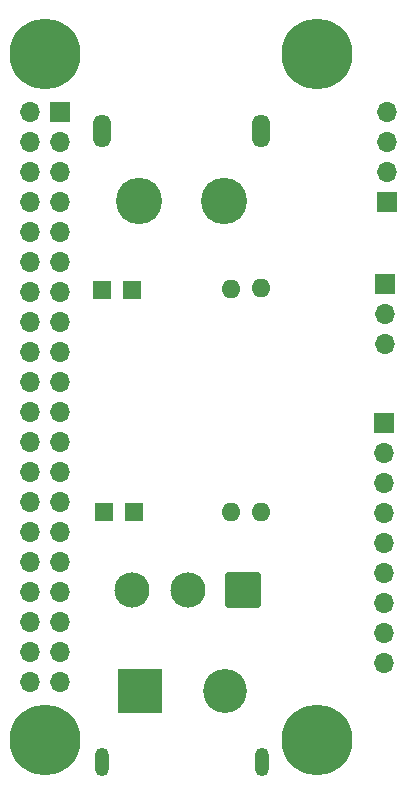
<source format=gbr>
%TF.GenerationSoftware,KiCad,Pcbnew,(6.0.5-0)*%
%TF.CreationDate,2024-03-04T10:57:06-05:00*%
%TF.ProjectId,CubeSat PCB V0.2,43756265-5361-4742-9050-43422056302e,rev?*%
%TF.SameCoordinates,Original*%
%TF.FileFunction,Soldermask,Bot*%
%TF.FilePolarity,Negative*%
%FSLAX46Y46*%
G04 Gerber Fmt 4.6, Leading zero omitted, Abs format (unit mm)*
G04 Created by KiCad (PCBNEW (6.0.5-0)) date 2024-03-04 10:57:06*
%MOMM*%
%LPD*%
G01*
G04 APERTURE LIST*
G04 Aperture macros list*
%AMRoundRect*
0 Rectangle with rounded corners*
0 $1 Rounding radius*
0 $2 $3 $4 $5 $6 $7 $8 $9 X,Y pos of 4 corners*
0 Add a 4 corners polygon primitive as box body*
4,1,4,$2,$3,$4,$5,$6,$7,$8,$9,$2,$3,0*
0 Add four circle primitives for the rounded corners*
1,1,$1+$1,$2,$3*
1,1,$1+$1,$4,$5*
1,1,$1+$1,$6,$7*
1,1,$1+$1,$8,$9*
0 Add four rect primitives between the rounded corners*
20,1,$1+$1,$2,$3,$4,$5,0*
20,1,$1+$1,$4,$5,$6,$7,0*
20,1,$1+$1,$6,$7,$8,$9,0*
20,1,$1+$1,$8,$9,$2,$3,0*%
G04 Aperture macros list end*
%ADD10O,1.600000X1.600000*%
%ADD11R,1.600000X1.600000*%
%ADD12R,3.716000X3.716000*%
%ADD13C,3.716000*%
%ADD14O,1.200000X2.400000*%
%ADD15C,3.920000*%
%ADD16O,1.504000X2.804000*%
%ADD17RoundRect,0.102000X1.387500X1.387500X-1.387500X1.387500X-1.387500X-1.387500X1.387500X-1.387500X0*%
%ADD18C,2.979000*%
%ADD19R,1.700000X1.700000*%
%ADD20O,1.700000X1.700000*%
%ADD21C,6.000000*%
G04 APERTURE END LIST*
D10*
%TO.C,U1*%
X104557000Y-85298400D03*
X107097000Y-85273000D03*
D11*
X96175000Y-85400000D03*
X93635000Y-85400000D03*
D10*
X107097000Y-104196000D03*
X104557000Y-104221400D03*
D11*
X96302000Y-104196000D03*
X93762000Y-104196000D03*
%TD*%
D12*
%TO.C,J4*%
X96800000Y-119375000D03*
D13*
X104000000Y-119375000D03*
D14*
X93650000Y-125375000D03*
X107150000Y-125375000D03*
%TD*%
D15*
%TO.C,J6*%
X96762500Y-77925000D03*
X103962500Y-77925000D03*
D16*
X93612500Y-71925000D03*
X107112500Y-71925000D03*
%TD*%
D17*
%TO.C,SW1*%
X105575000Y-110850000D03*
D18*
X100875000Y-110850000D03*
X96175000Y-110850000D03*
%TD*%
D19*
%TO.C,J5*%
X117550000Y-84875000D03*
D20*
X117550000Y-87415000D03*
X117550000Y-89955000D03*
%TD*%
%TO.C,J1*%
X87535000Y-118610000D03*
X90075000Y-118610000D03*
X87535000Y-116070000D03*
X90075000Y-116070000D03*
X87535000Y-113530000D03*
X90075000Y-113530000D03*
X87535000Y-110990000D03*
X90075000Y-110990000D03*
X87535000Y-108450000D03*
X90075000Y-108450000D03*
X87535000Y-105910000D03*
X90075000Y-105910000D03*
X87535000Y-103370000D03*
X90075000Y-103370000D03*
X87535000Y-100830000D03*
X90075000Y-100830000D03*
X87535000Y-98290000D03*
X90075000Y-98290000D03*
X87535000Y-95750000D03*
X90075000Y-95750000D03*
X87535000Y-93210000D03*
X90075000Y-93210000D03*
X87535000Y-90670000D03*
X90075000Y-90670000D03*
X87535000Y-88130000D03*
X90075000Y-88130000D03*
X87535000Y-85590000D03*
X90075000Y-85590000D03*
X87535000Y-83050000D03*
X90075000Y-83050000D03*
X87535000Y-80510000D03*
X90075000Y-80510000D03*
X87535000Y-77970000D03*
X90075000Y-77970000D03*
X87535000Y-75430000D03*
X90075000Y-75430000D03*
X87535000Y-72890000D03*
X90075000Y-72890000D03*
X87535000Y-70350000D03*
D19*
X90075000Y-70350000D03*
D21*
X88805000Y-65480000D03*
X111805000Y-65480000D03*
X88805000Y-123480000D03*
X111805000Y-123480000D03*
%TD*%
D19*
%TO.C,J2*%
X117725000Y-78000000D03*
D20*
X117725000Y-75460000D03*
X117725000Y-72920000D03*
X117725000Y-70380000D03*
%TD*%
D19*
%TO.C,J3*%
X117525000Y-96650000D03*
D20*
X117525000Y-99190000D03*
X117525000Y-101730000D03*
X117525000Y-104270000D03*
X117525000Y-106810000D03*
X117525000Y-109350000D03*
X117525000Y-111890000D03*
X117525000Y-114430000D03*
X117525000Y-116970000D03*
%TD*%
M02*

</source>
